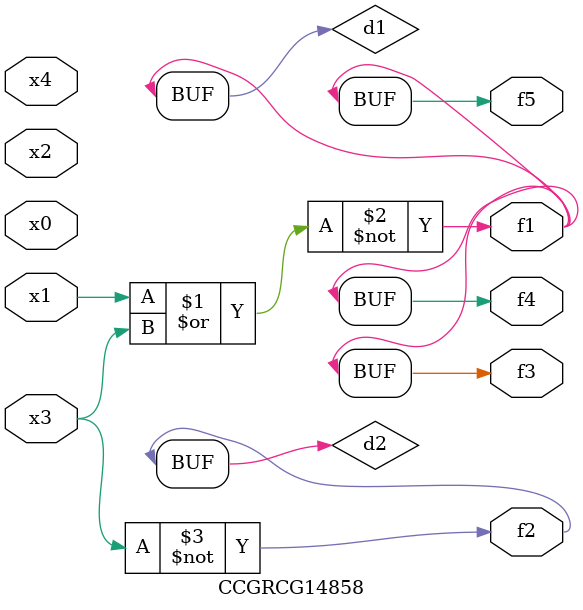
<source format=v>
module CCGRCG14858(
	input x0, x1, x2, x3, x4,
	output f1, f2, f3, f4, f5
);

	wire d1, d2;

	nor (d1, x1, x3);
	not (d2, x3);
	assign f1 = d1;
	assign f2 = d2;
	assign f3 = d1;
	assign f4 = d1;
	assign f5 = d1;
endmodule

</source>
